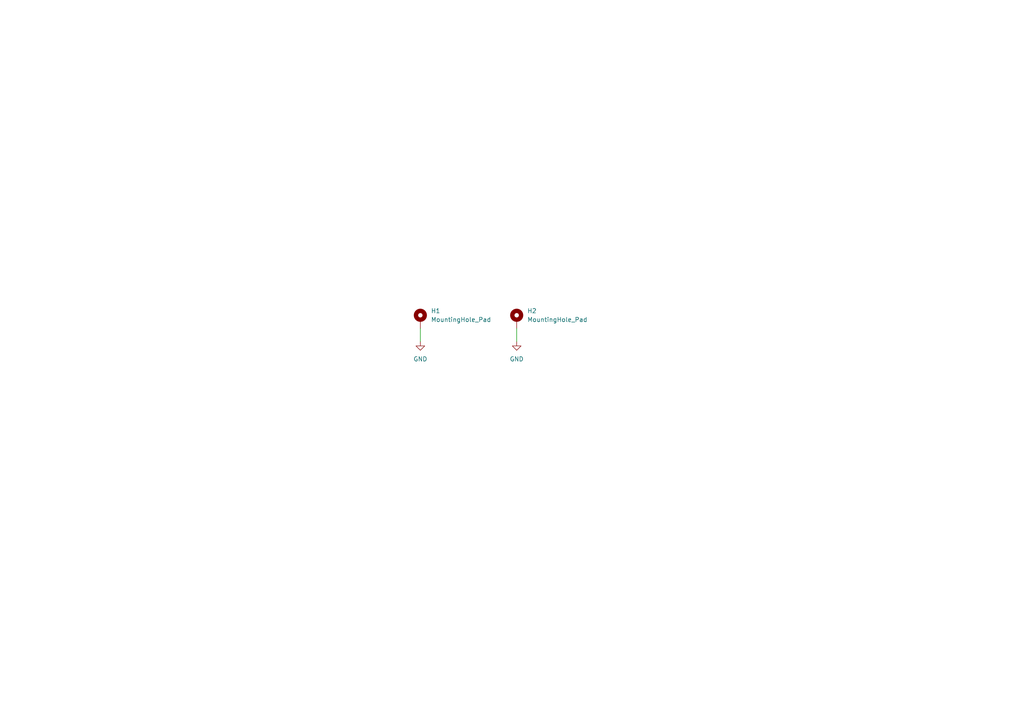
<source format=kicad_sch>
(kicad_sch (version 20211123) (generator eeschema)
  (paper "A4")
  (lib_symbols
    (symbol "Mechanical:MountingHole_Pad" (pin_numbers hide) (pin_names (offset 1.016) hide)
      (property "Reference" "H" (at 0 6.35 0))
      (property "Value" "MountingHole_Pad" (at 0 4.445 0))
      (symbol "MountingHole_Pad_0_1"
        (circle (center 0 1.27) (radius 1.27) (stroke (width 1.27)))
      )
      (symbol "MountingHole_Pad_1_1"
        (pin input line (at 0 -2.54 90) (length 2.54) (name "1") (number "1"))
      )
    )
    (symbol "power:GND" (power) (pin_names (offset 0))
      (property "Value" "GND" (at 0 -3.81 0))
      (symbol "GND_0_1"
        (polyline (pts (xy 0 0) (xy 0 -1.27) (xy 1.27 -1.27) (xy 0 -2.54) (xy -1.27 -1.27) (xy 0 -1.27)))
      )
      (symbol "GND_1_1"
        (pin power_in line (at 0 0 270) (length 0) hide (name "GND") (number "1"))
      )
    )
  )
  (wire (pts (xy 149.86 95.25) (xy 149.86 99.06)))
  (wire (pts (xy 121.92 95.25) (xy 121.92 99.06)))
  (symbol (lib_id "power:GND") (at 121.92 99.06 0) (unit 1)
    (property "Reference" "#PWR?" (effects hide))
    (property "Value" "GND" (at 121.92 104.14 0))
  )
  (symbol (lib_id "Mechanical:MountingHole_Pad") (at 121.92 92.71 0) (unit 1)
    (property "Reference" "H1" (at 124.968 90.1699 0) (effects (justify left)))
    (property "Value" "MountingHole_Pad" (at 124.968 92.7099 0) (effects (justify left)))
    (property "Footprint" "MountingHole:MountingHole_2.2mm_M2_Pad" (effects hide))
  )
  (symbol (lib_id "Mechanical:MountingHole_Pad") (at 149.86 92.71 0) (unit 1)
    (property "Reference" "H2" (at 152.908 90.1699 0) (effects (justify left)))
    (property "Value" "MountingHole_Pad" (at 152.908 92.7099 0) (effects (justify left)))
    (property "Footprint" "MountingHole:MountingHole_2.2mm_M2_Pad" (effects hide))
  )
  (symbol (lib_id "power:GND") (at 149.86 99.06 0) (unit 1)
    (property "Reference" "#PWR?" (effects hide))
    (property "Value" "GND" (at 149.86 104.14 0))
  )
)
</source>
